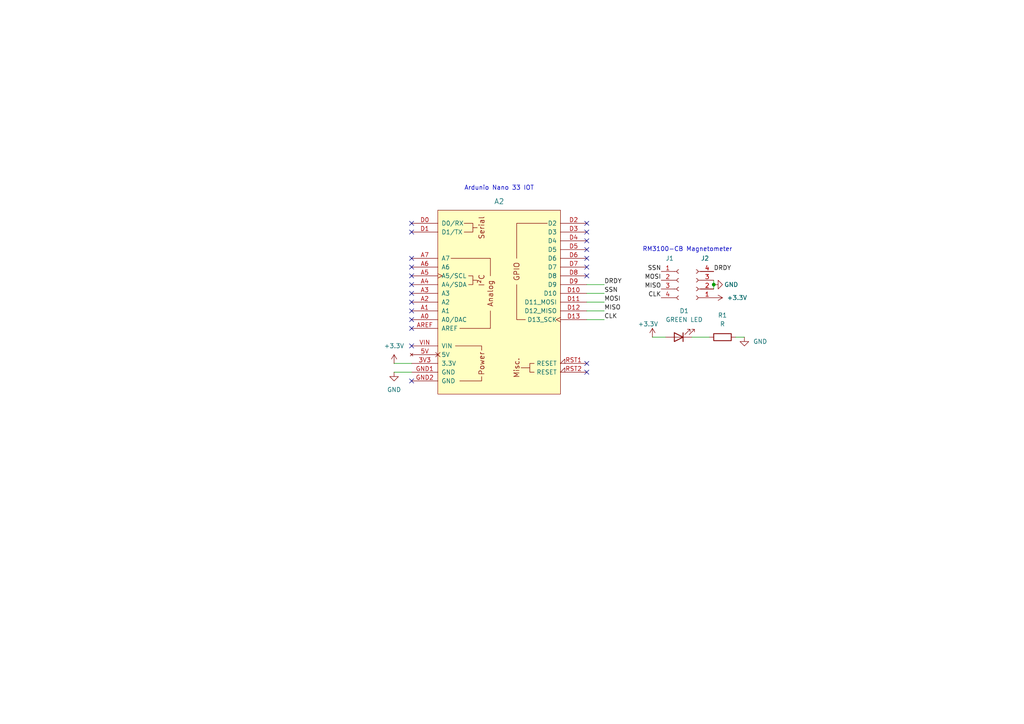
<source format=kicad_sch>
(kicad_sch (version 20231120) (generator "eeschema") (generator_version "8.0")
  (paper "A4")
  (lib_symbols
    (symbol "Connector:Conn_01x04_Socket" (pin_names (offset 1.016) hide)
      (property "Reference" "J" (at 0 5.08 0))
      (property "Value" "Conn_01x04_Socket" (at 0 -7.62 0))
      (symbol "Conn_01x04_Socket_1_1"
        (arc (start 0 -4.572) (mid -0.5058 -5.08) (end 0 -5.588) (stroke (width 0.1524)))
        (arc (start 0 -2.032) (mid -0.5058 -2.54) (end 0 -3.048) (stroke (width 0.1524)))
        (polyline (pts (xy -1.27 -5.08) (xy -0.508 -5.08)) (stroke (width 0.1524)))
        (polyline (pts (xy -1.27 -2.54) (xy -0.508 -2.54)) (stroke (width 0.1524)))
        (polyline (pts (xy -1.27 0) (xy -0.508 0)) (stroke (width 0.1524)))
        (polyline (pts (xy -1.27 2.54) (xy -0.508 2.54)) (stroke (width 0.1524)))
        (arc (start 0 0.508) (mid -0.5058 0) (end 0 -0.508) (stroke (width 0.1524)))
        (arc (start 0 3.048) (mid -0.5058 2.54) (end 0 2.032) (stroke (width 0.1524)))
        (pin passive line (at -5.08 2.54 0) (length 3.81) (name "Pin_1") (number "1"))
        (pin passive line (at -5.08 0 0) (length 3.81) (name "Pin_2") (number "2"))
        (pin passive line (at -5.08 -2.54 0) (length 3.81) (name "Pin_3") (number "3"))
        (pin passive line (at -5.08 -5.08 0) (length 3.81) (name "Pin_4") (number "4"))
      )
    )
    (symbol "Device:LED" (pin_numbers hide) (pin_names (offset 1.016) hide)
      (property "Reference" "D" (at 0 2.54 0))
      (property "Value" "LED" (at 0 -2.54 0))
      (symbol "LED_0_1"
        (polyline (pts (xy -1.27 -1.27) (xy -1.27 1.27)) (stroke (width 0.254)))
        (polyline (pts (xy -1.27 0) (xy 1.27 0)))
        (polyline (pts (xy 1.27 -1.27) (xy 1.27 1.27) (xy -1.27 0) (xy 1.27 -1.27)) (stroke (width 0.254)))
        (polyline (pts (xy -3.048 -0.762) (xy -4.572 -2.286) (xy -3.81 -2.286) (xy -4.572 -2.286) (xy -4.572 -1.524)))
        (polyline (pts (xy -1.778 -0.762) (xy -3.302 -2.286) (xy -2.54 -2.286) (xy -3.302 -2.286) (xy -3.302 -1.524)))
      )
      (symbol "LED_1_1"
        (pin passive line (at -3.81 0 0) (length 2.54) (name "K") (number "1"))
        (pin passive line (at 3.81 0 180) (length 2.54) (name "A") (number "2"))
      )
    )
    (symbol "Device:R" (pin_numbers hide) (pin_names (offset 0))
      (property "Reference" "R" (at 2.032 0 90))
      (property "Value" "R" (at 0 0 90))
      (symbol "R_0_1"
        (rectangle (start -1.016 -2.54) (end 1.016 2.54) (stroke (width 0.254)))
      )
      (symbol "R_1_1"
        (pin passive line (at 0 3.81 270) (length 1.27) (name "~") (number "1"))
        (pin passive line (at 0 -3.81 90) (length 1.27) (name "~") (number "2"))
      )
    )
    (symbol "arduino-library:Arduino_Nano_33_IoT_Socket" (pin_names (offset 1.016))
      (property "Reference" "A" (at 0 33.02 0))
      (property "Value" "Arduino_Nano_33_IoT_Socket" (at 0 29.21 0))
      (symbol "Arduino_Nano_33_IoT_Socket_0_0"
        (rectangle (start -17.78 26.67) (end 17.78 -26.67) (fill (type background)))
        (polyline (pts (xy -7.62 6.35) (xy -6.35 6.35)))
        (polyline (pts (xy -7.62 21.59) (xy -6.35 21.59)))
        (polyline (pts (xy 8.89 -19.05) (xy 6.35 -19.05)))
        (polyline (pts (xy -11.43 -22.86) (xy -5.08 -22.86) (xy -5.08 -21.59)))
        (polyline (pts (xy -5.08 -13.97) (xy -5.08 -12.7) (xy -12.7 -12.7)))
        (polyline (pts (xy -10.16 22.86) (xy -7.62 22.86) (xy -7.62 20.32) (xy -10.16 20.32)))
        (polyline (pts (xy -8.89 7.62) (xy -7.62 7.62) (xy -7.62 5.08) (xy -8.89 5.08)))
        (text "Analog" (at -2.54 2.54 900) (effects (font (size 1.524 1.524))))
        (text "I²C" (at -5.08 6.35 900) (effects (font (size 1.524 1.524))))
        (text "Misc." (at 5.08 -19.05 900) (effects (font (size 1.524 1.524))))
        (text "Power" (at -5.08 -17.78 900) (effects (font (size 1.524 1.524))))
        (text "Serial" (at -5.08 21.59 900) (effects (font (size 1.524 1.524))))
      )
      (symbol "Arduino_Nano_33_IoT_Socket_0_1"
        (polyline (pts (xy -13.97 12.7) (xy -2.54 12.7) (xy -2.54 7.62)))
        (polyline (pts (xy -11.43 -7.62) (xy -2.54 -7.62) (xy -2.54 -2.54)))
        (polyline (pts (xy 7.62 -5.08) (xy 5.08 -5.08) (xy 5.08 5.08)))
        (polyline (pts (xy 13.97 22.86) (xy 5.08 22.86) (xy 5.08 12.7)))
        (polyline (pts (xy 10.16 -17.78) (xy 8.89 -17.78) (xy 8.89 -20.32) (xy 10.16 -20.32)))
      )
      (symbol "Arduino_Nano_33_IoT_Socket_1_0"
        (text "GPIO" (at 5.08 8.89 900) (effects (font (size 1.524 1.524))))
      )
      (symbol "Arduino_Nano_33_IoT_Socket_1_1"
        (pin power_in line (at -25.4 -17.78 0) (length 7.62) (name "3.3V") (number "3V3"))
        (pin no_connect non_logic (at -25.4 -15.24 0) (length 7.62) (name "5V") (number "5V"))
        (pin bidirectional line (at -25.4 -5.08 0) (length 7.62) (name "A0/DAC") (number "A0"))
        (pin bidirectional line (at -25.4 -2.54 0) (length 7.62) (name "A1") (number "A1"))
        (pin bidirectional line (at -25.4 0 0) (length 7.62) (name "A2") (number "A2"))
        (pin bidirectional line (at -25.4 2.54 0) (length 7.62) (name "A3") (number "A3"))
        (pin bidirectional line (at -25.4 5.08 0) (length 7.62) (name "A4/SDA") (number "A4"))
        (pin bidirectional clock (at -25.4 7.62 0) (length 7.62) (name "A5/SCL") (number "A5"))
        (pin input line (at -25.4 10.16 0) (length 7.62) (name "A6") (number "A6"))
        (pin input line (at -25.4 12.7 0) (length 7.62) (name "A7") (number "A7"))
        (pin input line (at -25.4 -7.62 0) (length 7.62) (name "AREF") (number "AREF"))
        (pin bidirectional line (at -25.4 22.86 0) (length 7.62) (name "D0/RX") (number "D0"))
        (pin bidirectional line (at -25.4 20.32 0) (length 7.62) (name "D1/TX") (number "D1"))
        (pin bidirectional line (at 25.4 2.54 180) (length 7.62) (name "D10") (number "D10"))
        (pin bidirectional line (at 25.4 0 180) (length 7.62) (name "D11_MOSI") (number "D11"))
        (pin bidirectional line (at 25.4 -2.54 180) (length 7.62) (name "D12_MISO") (number "D12"))
        (pin bidirectional clock (at 25.4 -5.08 180) (length 7.62) (name "D13_SCK") (number "D13"))
        (pin bidirectional line (at 25.4 22.86 180) (length 7.62) (name "D2") (number "D2"))
        (pin bidirectional line (at 25.4 20.32 180) (length 7.62) (name "D3") (number "D3"))
        (pin bidirectional line (at 25.4 17.78 180) (length 7.62) (name "D4") (number "D4"))
        (pin bidirectional line (at 25.4 15.24 180) (length 7.62) (name "D5") (number "D5"))
        (pin bidirectional line (at 25.4 12.7 180) (length 7.62) (name "D6") (number "D6"))
        (pin bidirectional line (at 25.4 10.16 180) (length 7.62) (name "D7") (number "D7"))
        (pin bidirectional line (at 25.4 7.62 180) (length 7.62) (name "D8") (number "D8"))
        (pin bidirectional line (at 25.4 5.08 180) (length 7.62) (name "D9") (number "D9"))
        (pin power_in line (at -25.4 -20.32 0) (length 7.62) (name "GND") (number "GND1"))
        (pin power_in line (at -25.4 -22.86 0) (length 7.62) (name "GND") (number "GND2"))
        (pin open_collector input_low (at 25.4 -17.78 180) (length 7.62) (name "RESET") (number "RST1"))
        (pin open_collector input_low (at 25.4 -20.32 180) (length 7.62) (name "RESET") (number "RST2"))
        (pin power_in line (at -25.4 -12.7 0) (length 7.62) (name "VIN") (number "VIN"))
      )
    )
    (symbol "power:+3.3V" (power) (pin_numbers hide) (pin_names (offset 0) hide)
      (property "Value" "+3.3V" (at 0 3.556 0))
      (symbol "+3.3V_0_1"
        (polyline (pts (xy -0.762 1.27) (xy 0 2.54)))
        (polyline (pts (xy 0 0) (xy 0 2.54)))
        (polyline (pts (xy 0 2.54) (xy 0.762 1.27)))
      )
      (symbol "+3.3V_1_1"
        (pin power_in line (at 0 0 90) (length 0) (name "~") (number "1"))
      )
    )
    (symbol "power:GND" (power) (pin_numbers hide) (pin_names (offset 0) hide)
      (property "Value" "GND" (at 0 -3.81 0))
      (symbol "GND_0_1"
        (polyline (pts (xy 0 0) (xy 0 -1.27) (xy 1.27 -1.27) (xy 0 -2.54) (xy -1.27 -1.27) (xy 0 -1.27)))
      )
      (symbol "GND_1_1"
        (pin power_in line (at 0 0 270) (length 0) (name "~") (number "1"))
      )
    )
  )
  (junction (at 207.01 82.55))
  (no_connect (at 170.18 77.47))
  (no_connect (at 119.38 100.33))
  (no_connect (at 170.18 69.85))
  (no_connect (at 170.18 72.39))
  (no_connect (at 119.38 85.09))
  (no_connect (at 119.38 77.47))
  (no_connect (at 119.38 82.55))
  (no_connect (at 170.18 67.31))
  (no_connect (at 119.38 92.71))
  (no_connect (at 119.38 110.49))
  (no_connect (at 170.18 105.41))
  (no_connect (at 119.38 64.77))
  (no_connect (at 170.18 107.95))
  (no_connect (at 119.38 90.17))
  (no_connect (at 170.18 74.93))
  (no_connect (at 119.38 87.63))
  (no_connect (at 170.18 80.01))
  (no_connect (at 119.38 74.93))
  (no_connect (at 119.38 67.31))
  (no_connect (at 119.38 95.25))
  (no_connect (at 119.38 80.01))
  (no_connect (at 170.18 64.77))
  (wire (pts (xy 207.01 81.28) (xy 207.01 82.55)))
  (wire (pts (xy 170.18 87.63) (xy 175.26 87.63)))
  (wire (pts (xy 170.18 92.71) (xy 175.26 92.71)))
  (wire (pts (xy 114.3 107.95) (xy 119.38 107.95)))
  (wire (pts (xy 170.18 82.55) (xy 175.26 82.55)))
  (wire (pts (xy 200.66 97.79) (xy 205.74 97.79)))
  (wire (pts (xy 207.01 82.55) (xy 207.01 83.82)))
  (wire (pts (xy 189.23 97.79) (xy 193.04 97.79)))
  (wire (pts (xy 170.18 90.17) (xy 175.26 90.17)))
  (wire (pts (xy 114.3 105.41) (xy 119.38 105.41)))
  (wire (pts (xy 213.36 97.79) (xy 215.9 97.79)))
  (wire (pts (xy 170.18 85.09) (xy 175.26 85.09)))
  (text "RM3100-CB Magnetometer\n" (at 199.39 72.39 0) (effects (font (size 1.27 1.27))))
  (text "Ardunio Nano 33 IOT\n" (at 144.78 54.61 0) (effects (font (size 1.27 1.27))))
  (label "CLK" (at 175.26 92.71 0))
  (label "MOSI" (at 191.77 81.28 180))
  (label "CLK" (at 191.77 86.36 180))
  (label "MISO" (at 191.77 83.82 180))
  (label "MISO" (at 175.26 90.17 0))
  (label "DRDY" (at 175.26 82.55 0))
  (label "SSN" (at 175.26 85.09 0))
  (label "DRDY" (at 207.01 78.74 0))
  (label "SSN" (at 191.77 78.74 180))
  (label "MOSI" (at 175.26 87.63 0))
  (symbol (lib_id "power:+3.3V") (at 207.01 86.36 270) (unit 1)
    (property "Reference" "#PWR02" (effects (hide yes)))
    (property "Value" "+3.3V" (at 210.82 86.3599 90) (effects (justify left)))
    (property "Description" "Power symbol creates a global label with name \"+3.3V\"" (effects (hide yes)))
  )
  (symbol (lib_id "Device:LED") (at 196.85 97.79 180) (unit 1)
    (property "Reference" "D1" (at 198.4375 90.17 0))
    (property "Value" "GREEN LED" (at 198.4375 92.71 0))
    (property "Footprint" "LED_THT:LED_D3.0mm" (effects (hide yes)))
    (property "Description" "Light emitting diode" (effects (hide yes)))
  )
  (symbol (lib_id "arduino-library:Arduino_Nano_33_IoT_Socket") (at 144.78 87.63 0) (unit 1)
    (property "Reference" "A2" (at 144.78 58.42 0) (effects (font (size 1.524 1.524))))
    (property "Value" "Arduino_Nano_33_IoT_Socket" (effects (hide yes)))
    (property "Footprint" "my_custom:Arduino_Nano_33_IoT_Socket" (effects (hide yes)))
    (property "Datasheet" "https://docs.arduino.cc/hardware/nano-33-iot" (effects (hide yes)))
    (property "Description" "Socket for Arduino Nano 33 IoT" (effects (hide yes)))
  )
  (symbol (lib_id "Connector:Conn_01x04_Socket") (at 201.93 83.82 180) (unit 1)
    (property "Reference" "J2" (at 204.47 74.93 0))
    (property "Value" "Conn_01x04_Socket" (effects (hide yes)))
    (property "Footprint" "Connector_PinHeader_2.54mm:PinHeader_1x04_P2.54mm_Vertical" (effects (hide yes)))
    (property "Description" "Generic connector, single row, 01x04, script generated" (effects (hide yes)))
  )
  (symbol (lib_id "Connector:Conn_01x04_Socket") (at 196.85 81.28 0) (unit 1)
    (property "Reference" "J1" (at 193.04 74.93 0) (effects (justify left)))
    (property "Value" "Conn_01x04_Socket" (effects (hide yes)))
    (property "Footprint" "Connector_PinHeader_2.54mm:PinHeader_1x04_P2.54mm_Vertical" (effects (hide yes)))
    (property "Description" "Generic connector, single row, 01x04, script generated" (effects (hide yes)))
  )
  (symbol (lib_id "power:GND") (at 207.01 82.55 90) (unit 1)
    (property "Reference" "#PWR03" (effects (hide yes)))
    (property "Value" "GND" (at 212.09 82.55 90))
    (property "Description" "Power symbol creates a global label with name \"GND\" , ground" (effects (hide yes)))
  )
  (symbol (lib_id "Device:R") (at 209.55 97.79 90) (unit 1)
    (property "Reference" "R1" (at 209.55 91.44 90))
    (property "Value" "R" (at 209.55 93.98 90))
    (property "Footprint" "Resistor_THT:R_Axial_DIN0207_L6.3mm_D2.5mm_P7.62mm_Horizontal" (effects (hide yes)))
    (property "Description" "Resistor" (effects (hide yes)))
  )
  (symbol (lib_id "power:GND") (at 215.9 97.79 0) (unit 1)
    (property "Reference" "#PWR01" (effects (hide yes)))
    (property "Value" "GND" (at 218.44 99.0599 0) (effects (justify left)))
    (property "Description" "Power symbol creates a global label with name \"GND\" , ground" (effects (hide yes)))
  )
  (symbol (lib_id "power:+3.3V") (at 189.23 97.79 0) (unit 1)
    (property "Reference" "#PWR04" (effects (hide yes)))
    (property "Value" "+3.3V" (at 187.96 93.98 0))
    (property "Description" "Power symbol creates a global label with name \"+3.3V\"" (effects (hide yes)))
  )
  (symbol (lib_id "power:GND") (at 114.3 107.95 0) (unit 1)
    (property "Reference" "#PWR06" (effects (hide yes)))
    (property "Value" "GND" (at 114.3 113.03 0))
    (property "Description" "Power symbol creates a global label with name \"GND\" , ground" (effects (hide yes)))
  )
  (symbol (lib_id "power:+3.3V") (at 114.3 105.41 0) (unit 1)
    (property "Reference" "#PWR05" (effects (hide yes)))
    (property "Value" "+3.3V" (at 114.3 100.33 0))
    (property "Description" "Power symbol creates a global label with name \"+3.3V\"" (effects (hide yes)))
  )
)
</source>
